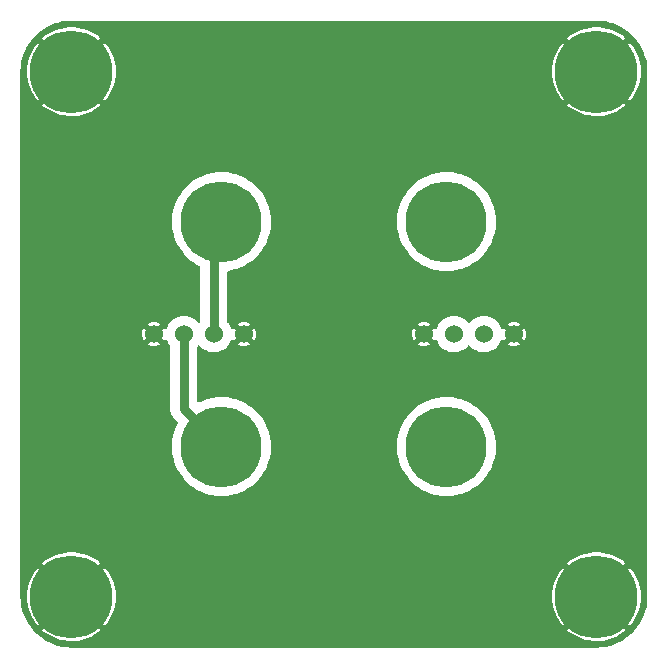
<source format=gbr>
%TF.GenerationSoftware,KiCad,Pcbnew,(5.99.0-12181-g5e8b23af64)*%
%TF.CreationDate,2021-09-04T21:12:43-05:00*%
%TF.ProjectId,banana-base-board,62616e61-6e61-42d6-9261-73652d626f61,rev?*%
%TF.SameCoordinates,Original*%
%TF.FileFunction,Copper,L2,Inr*%
%TF.FilePolarity,Positive*%
%FSLAX46Y46*%
G04 Gerber Fmt 4.6, Leading zero omitted, Abs format (unit mm)*
G04 Created by KiCad (PCBNEW (5.99.0-12181-g5e8b23af64)) date 2021-09-04 21:12:43*
%MOMM*%
%LPD*%
G01*
G04 APERTURE LIST*
%TA.AperFunction,ComponentPad*%
%ADD10C,6.858000*%
%TD*%
%TA.AperFunction,ComponentPad*%
%ADD11C,1.524000*%
%TD*%
%TA.AperFunction,ComponentPad*%
%ADD12C,7.000000*%
%TD*%
%TA.AperFunction,ViaPad*%
%ADD13C,0.800000*%
%TD*%
%TA.AperFunction,Conductor*%
%ADD14C,0.762000*%
%TD*%
G04 APERTURE END LIST*
D10*
%TO.N,Net-(H4-Pad1)*%
%TO.C,H4*%
X146050000Y-88900000D03*
%TD*%
%TO.N,Net-(H3-Pad1)*%
%TO.C,H3*%
X127000000Y-88900000D03*
%TD*%
D11*
%TO.N,Net-(H6-Pad1)*%
%TO.C,REF\u002A\u002A*%
X144145000Y-79375000D03*
X151765000Y-79375000D03*
%TO.N,Net-(H2-Pad1)*%
X146685000Y-79375000D03*
%TO.N,Net-(H4-Pad1)*%
X149225000Y-79375000D03*
%TD*%
D12*
%TO.N,Net-(H6-Pad1)*%
%TO.C,H8*%
X158750000Y-101600000D03*
%TD*%
D10*
%TO.N,Net-(H2-Pad1)*%
%TO.C,H2*%
X146050000Y-69850000D03*
%TD*%
D12*
%TO.N,Net-(H6-Pad1)*%
%TO.C,H7*%
X158750000Y-57150000D03*
%TD*%
%TO.N,Net-(H6-Pad1)*%
%TO.C,H9*%
X114300000Y-57150000D03*
%TD*%
D10*
%TO.N,Net-(H1-Pad1)*%
%TO.C,H1*%
X127000000Y-69850000D03*
%TD*%
D12*
%TO.N,Net-(H6-Pad1)*%
%TO.C,H6*%
X114300000Y-101600000D03*
%TD*%
D11*
%TO.N,Net-(H6-Pad1)*%
%TO.C,REF\u002A\u002A*%
X128905000Y-79375000D03*
X121285000Y-79375000D03*
%TO.N,Net-(H3-Pad1)*%
X123825000Y-79375000D03*
%TO.N,Net-(H1-Pad1)*%
X126365000Y-79375000D03*
%TD*%
D13*
%TO.N,Net-(H6-Pad1)*%
X146050000Y-99695000D03*
X119380000Y-99695000D03*
X127000000Y-55245000D03*
X158750000Y-64135000D03*
X160655000Y-77470000D03*
X112395000Y-73660000D03*
X132715000Y-101600000D03*
X130810000Y-99695000D03*
X151765000Y-57150000D03*
X149860000Y-103505000D03*
X112395000Y-88900000D03*
X114300000Y-67945000D03*
X125095000Y-101600000D03*
X112395000Y-85090000D03*
X160655000Y-69850000D03*
X156845000Y-66040000D03*
X114300000Y-79375000D03*
X158750000Y-67945000D03*
X156845000Y-96520000D03*
X112395000Y-92710000D03*
X134620000Y-55245000D03*
X142240000Y-103505000D03*
X160655000Y-66040000D03*
X147955000Y-101600000D03*
X136525000Y-101600000D03*
X127000000Y-59055000D03*
X119380000Y-55245000D03*
X114300000Y-71755000D03*
X121285000Y-57150000D03*
X125095000Y-57150000D03*
X158750000Y-83185000D03*
X156845000Y-69850000D03*
X114300000Y-86995000D03*
X116205000Y-85090000D03*
X160655000Y-85090000D03*
X156845000Y-81280000D03*
X123190000Y-59055000D03*
X138430000Y-59055000D03*
X160655000Y-81280000D03*
X160655000Y-88900000D03*
X158750000Y-90805000D03*
X114300000Y-75565000D03*
X144145000Y-101600000D03*
X158750000Y-71755000D03*
X116205000Y-96520000D03*
X160655000Y-62230000D03*
X146050000Y-103505000D03*
X160655000Y-73660000D03*
X116205000Y-73660000D03*
X140335000Y-101600000D03*
X123190000Y-99695000D03*
X156845000Y-77470000D03*
X132715000Y-57150000D03*
X146050000Y-55245000D03*
X116205000Y-66040000D03*
X153670000Y-99695000D03*
X151765000Y-101600000D03*
X158750000Y-86995000D03*
X123190000Y-103505000D03*
X128905000Y-57150000D03*
X116205000Y-81280000D03*
X112395000Y-62230000D03*
X116205000Y-92710000D03*
X114300000Y-83185000D03*
X136525000Y-57150000D03*
X112395000Y-66040000D03*
X119380000Y-59055000D03*
X156845000Y-62230000D03*
X158750000Y-75565000D03*
X121285000Y-101600000D03*
X138430000Y-103505000D03*
X138430000Y-99695000D03*
X112395000Y-69850000D03*
X147955000Y-57150000D03*
X149860000Y-99695000D03*
X156845000Y-85090000D03*
X149860000Y-59055000D03*
X134620000Y-103505000D03*
X134620000Y-59055000D03*
X158750000Y-94615000D03*
X158750000Y-79375000D03*
X128905000Y-101600000D03*
X156845000Y-92710000D03*
X130810000Y-55245000D03*
X138430000Y-55245000D03*
X116205000Y-77470000D03*
X142240000Y-59055000D03*
X127000000Y-99695000D03*
X123190000Y-55245000D03*
X130810000Y-59055000D03*
X156845000Y-73660000D03*
X160655000Y-96520000D03*
X127000000Y-103505000D03*
X119380000Y-103505000D03*
X149860000Y-55245000D03*
X153670000Y-55245000D03*
X146050000Y-59055000D03*
X142240000Y-99695000D03*
X153670000Y-59055000D03*
X114300000Y-64135000D03*
X112395000Y-81280000D03*
X140335000Y-57150000D03*
X134620000Y-99695000D03*
X114300000Y-94615000D03*
X142240000Y-55245000D03*
X130810000Y-103505000D03*
X116205000Y-62230000D03*
X116205000Y-88900000D03*
X153670000Y-103505000D03*
X116205000Y-69850000D03*
X112395000Y-77470000D03*
X112395000Y-96520000D03*
X144145000Y-57150000D03*
X160655000Y-92710000D03*
X156845000Y-88900000D03*
X114300000Y-90805000D03*
%TD*%
D14*
%TO.N,Net-(H1-Pad1)*%
X126365000Y-70485000D02*
X127000000Y-69850000D01*
X126365000Y-79375000D02*
X126365000Y-70485000D01*
%TO.N,Net-(H3-Pad1)*%
X123825000Y-79375000D02*
X123825000Y-85725000D01*
X123825000Y-85725000D02*
X127000000Y-88900000D01*
%TD*%
%TA.AperFunction,Conductor*%
%TO.N,Net-(H6-Pad1)*%
G36*
X158709570Y-52832992D02*
G01*
X158739293Y-52836747D01*
X158766589Y-52834071D01*
X158784690Y-52833604D01*
X159142596Y-52850151D01*
X159154185Y-52851225D01*
X159537666Y-52904718D01*
X159549106Y-52906857D01*
X159926015Y-52995505D01*
X159937191Y-52998685D01*
X160120759Y-53060211D01*
X160304317Y-53121734D01*
X160315169Y-53125938D01*
X160669373Y-53282334D01*
X160679791Y-53287522D01*
X161018039Y-53475925D01*
X161027933Y-53482050D01*
X161069048Y-53510215D01*
X161347370Y-53700870D01*
X161356658Y-53707884D01*
X161654542Y-53955244D01*
X161663142Y-53963085D01*
X161936915Y-54236858D01*
X161944756Y-54245458D01*
X162192116Y-54543342D01*
X162199130Y-54552630D01*
X162417949Y-54872066D01*
X162424074Y-54881959D01*
X162483514Y-54988675D01*
X162612478Y-55220209D01*
X162617666Y-55230627D01*
X162774062Y-55584831D01*
X162778266Y-55595683D01*
X162901312Y-55962800D01*
X162904495Y-55973985D01*
X162916016Y-56022970D01*
X162993143Y-56350894D01*
X162995282Y-56362334D01*
X163048775Y-56745815D01*
X163049849Y-56757404D01*
X163065865Y-57103814D01*
X163065005Y-57125425D01*
X163063253Y-57139293D01*
X163065242Y-57159580D01*
X163067399Y-57181577D01*
X163068000Y-57193872D01*
X163068000Y-101543792D01*
X163067008Y-101559570D01*
X163063253Y-101589293D01*
X163065929Y-101616589D01*
X163066396Y-101634690D01*
X163051189Y-101963605D01*
X163049849Y-101992596D01*
X163048775Y-102004185D01*
X162995282Y-102387666D01*
X162993143Y-102399106D01*
X162911560Y-102745978D01*
X162904497Y-102776006D01*
X162901312Y-102787200D01*
X162778266Y-103154317D01*
X162774062Y-103165169D01*
X162617666Y-103519373D01*
X162612478Y-103529791D01*
X162441163Y-103837361D01*
X162424075Y-103868039D01*
X162417949Y-103877934D01*
X162199130Y-104197370D01*
X162192116Y-104206658D01*
X161944756Y-104504542D01*
X161936915Y-104513142D01*
X161663142Y-104786915D01*
X161654542Y-104794756D01*
X161356658Y-105042116D01*
X161347370Y-105049130D01*
X161027934Y-105267949D01*
X161018041Y-105274074D01*
X160911325Y-105333514D01*
X160679791Y-105462478D01*
X160669373Y-105467666D01*
X160315169Y-105624062D01*
X160304317Y-105628266D01*
X160120759Y-105689789D01*
X159937191Y-105751315D01*
X159926015Y-105754495D01*
X159559099Y-105840793D01*
X159549106Y-105843143D01*
X159537666Y-105845282D01*
X159154185Y-105898775D01*
X159142596Y-105899849D01*
X158796184Y-105915865D01*
X158774575Y-105915005D01*
X158760707Y-105913253D01*
X158718423Y-105917399D01*
X158706128Y-105918000D01*
X114356208Y-105918000D01*
X114340430Y-105917008D01*
X114310707Y-105913253D01*
X114283411Y-105915929D01*
X114265310Y-105916396D01*
X113907404Y-105899849D01*
X113895815Y-105898775D01*
X113512334Y-105845282D01*
X113500894Y-105843143D01*
X113490900Y-105840793D01*
X113123985Y-105754495D01*
X113112809Y-105751315D01*
X112929241Y-105689789D01*
X112745683Y-105628266D01*
X112734831Y-105624062D01*
X112380627Y-105467666D01*
X112370209Y-105462478D01*
X112138675Y-105333514D01*
X112031959Y-105274074D01*
X112022066Y-105267949D01*
X111702630Y-105049130D01*
X111693342Y-105042116D01*
X111395458Y-104794756D01*
X111386858Y-104786915D01*
X111113085Y-104513142D01*
X111105244Y-104504542D01*
X111042409Y-104428873D01*
X111836536Y-104428873D01*
X111843147Y-104438393D01*
X111983430Y-104559909D01*
X111988441Y-104563824D01*
X112294410Y-104778862D01*
X112299787Y-104782248D01*
X112625920Y-104965266D01*
X112631613Y-104968092D01*
X112974562Y-105117210D01*
X112980536Y-105119455D01*
X113336780Y-105233148D01*
X113342948Y-105234777D01*
X113708871Y-105311890D01*
X113715155Y-105312885D01*
X114087008Y-105352624D01*
X114093370Y-105352980D01*
X114467327Y-105354938D01*
X114473677Y-105354650D01*
X114845935Y-105318806D01*
X114852224Y-105317877D01*
X115218938Y-105244599D01*
X115225111Y-105243037D01*
X115582552Y-105133075D01*
X115588528Y-105130900D01*
X115933011Y-104985384D01*
X115938765Y-104982603D01*
X116266761Y-104803030D01*
X116272207Y-104799680D01*
X116580394Y-104587869D01*
X116585447Y-104584006D01*
X116755255Y-104439997D01*
X116762573Y-104428873D01*
X156286536Y-104428873D01*
X156293147Y-104438393D01*
X156433430Y-104559909D01*
X156438441Y-104563824D01*
X156744410Y-104778862D01*
X156749787Y-104782248D01*
X157075920Y-104965266D01*
X157081613Y-104968092D01*
X157424562Y-105117210D01*
X157430536Y-105119455D01*
X157786780Y-105233148D01*
X157792948Y-105234777D01*
X158158871Y-105311890D01*
X158165155Y-105312885D01*
X158537008Y-105352624D01*
X158543370Y-105352980D01*
X158917327Y-105354938D01*
X158923677Y-105354650D01*
X159295935Y-105318806D01*
X159302224Y-105317877D01*
X159668938Y-105244599D01*
X159675111Y-105243037D01*
X160032552Y-105133075D01*
X160038528Y-105130900D01*
X160383011Y-104985384D01*
X160388765Y-104982603D01*
X160716761Y-104803030D01*
X160722207Y-104799680D01*
X161030394Y-104587869D01*
X161035447Y-104584006D01*
X161205255Y-104439997D01*
X161213691Y-104427174D01*
X161207638Y-104416848D01*
X158762812Y-101972022D01*
X158748868Y-101964408D01*
X158747035Y-101964539D01*
X158740420Y-101968790D01*
X156293994Y-104415216D01*
X156286536Y-104428873D01*
X116762573Y-104428873D01*
X116763691Y-104427174D01*
X116757638Y-104416848D01*
X114312812Y-101972022D01*
X114298868Y-101964408D01*
X114297035Y-101964539D01*
X114290420Y-101968790D01*
X111843994Y-104415216D01*
X111836536Y-104428873D01*
X111042409Y-104428873D01*
X110857884Y-104206658D01*
X110850870Y-104197370D01*
X110632051Y-103877934D01*
X110625925Y-103868039D01*
X110608838Y-103837361D01*
X110437522Y-103529791D01*
X110432334Y-103519373D01*
X110275938Y-103165169D01*
X110271734Y-103154317D01*
X110148688Y-102787200D01*
X110145503Y-102776006D01*
X110138441Y-102745978D01*
X110056857Y-102399106D01*
X110054718Y-102387666D01*
X110001225Y-102004185D01*
X110000151Y-101992596D01*
X109984135Y-101646186D01*
X109984995Y-101624573D01*
X109984999Y-101624541D01*
X109986747Y-101610707D01*
X109984723Y-101590060D01*
X110541349Y-101590060D01*
X110558964Y-101963605D01*
X110559587Y-101969956D01*
X110614863Y-102339811D01*
X110616119Y-102346043D01*
X110708490Y-102708428D01*
X110710372Y-102714506D01*
X110838890Y-103065701D01*
X110841376Y-103071556D01*
X111004722Y-103407954D01*
X111007796Y-103413545D01*
X111204298Y-103731710D01*
X111207917Y-103736956D01*
X111435566Y-104033633D01*
X111439704Y-104038495D01*
X111457646Y-104057534D01*
X111471357Y-104065557D01*
X111472197Y-104065522D01*
X111480319Y-104060471D01*
X113927978Y-101612812D01*
X113934356Y-101601132D01*
X114664408Y-101601132D01*
X114664539Y-101602965D01*
X114668790Y-101609580D01*
X117118319Y-104059109D01*
X117132263Y-104066723D01*
X117133455Y-104066638D01*
X117139372Y-104062755D01*
X117369541Y-103769212D01*
X117373208Y-103764013D01*
X117573030Y-103447924D01*
X117576164Y-103442364D01*
X117743026Y-103107690D01*
X117745571Y-103101864D01*
X117877763Y-102752030D01*
X117879706Y-102745978D01*
X117975864Y-102384588D01*
X117977190Y-102378353D01*
X118036334Y-102009102D01*
X118037023Y-102002766D01*
X118058634Y-101627936D01*
X118058738Y-101624541D01*
X118058818Y-101601696D01*
X118058739Y-101598317D01*
X118058321Y-101590060D01*
X154991349Y-101590060D01*
X155008964Y-101963605D01*
X155009587Y-101969956D01*
X155064863Y-102339811D01*
X155066119Y-102346043D01*
X155158490Y-102708428D01*
X155160372Y-102714506D01*
X155288890Y-103065701D01*
X155291376Y-103071556D01*
X155454722Y-103407954D01*
X155457796Y-103413545D01*
X155654298Y-103731710D01*
X155657917Y-103736956D01*
X155885566Y-104033633D01*
X155889704Y-104038495D01*
X155907646Y-104057534D01*
X155921357Y-104065557D01*
X155922197Y-104065522D01*
X155930319Y-104060471D01*
X158377978Y-101612812D01*
X158384356Y-101601132D01*
X159114408Y-101601132D01*
X159114539Y-101602965D01*
X159118790Y-101609580D01*
X161568319Y-104059109D01*
X161582263Y-104066723D01*
X161583455Y-104066638D01*
X161589372Y-104062755D01*
X161819541Y-103769212D01*
X161823208Y-103764013D01*
X162023030Y-103447924D01*
X162026164Y-103442364D01*
X162193026Y-103107690D01*
X162195571Y-103101864D01*
X162327763Y-102752030D01*
X162329706Y-102745978D01*
X162425864Y-102384588D01*
X162427190Y-102378353D01*
X162486334Y-102009102D01*
X162487023Y-102002766D01*
X162508634Y-101627936D01*
X162508738Y-101624541D01*
X162508818Y-101601696D01*
X162508739Y-101598317D01*
X162489742Y-101223320D01*
X162489099Y-101217000D01*
X162432534Y-100847343D01*
X162431252Y-100841094D01*
X162337618Y-100479039D01*
X162335716Y-100472970D01*
X162205972Y-100122228D01*
X162203469Y-100116386D01*
X162038943Y-99780545D01*
X162035855Y-99774977D01*
X161838242Y-99457497D01*
X161834604Y-99452264D01*
X161605919Y-99156379D01*
X161601773Y-99151542D01*
X161592767Y-99142052D01*
X161579032Y-99134078D01*
X161578074Y-99134122D01*
X161570126Y-99139084D01*
X159122022Y-101587188D01*
X159114408Y-101601132D01*
X158384356Y-101601132D01*
X158385592Y-101598868D01*
X158385461Y-101597035D01*
X158381210Y-101590420D01*
X155932113Y-99141323D01*
X155918169Y-99133709D01*
X155917097Y-99133785D01*
X155909441Y-99138829D01*
X155906785Y-99141609D01*
X155902638Y-99146413D01*
X155672911Y-99441510D01*
X155669253Y-99446735D01*
X155470537Y-99763516D01*
X155467426Y-99769082D01*
X155301735Y-100104333D01*
X155299207Y-100110173D01*
X155168236Y-100460471D01*
X155166318Y-100466518D01*
X155071418Y-100828256D01*
X155070118Y-100834479D01*
X155012258Y-101203958D01*
X155011595Y-101210265D01*
X154991371Y-101583704D01*
X154991349Y-101590060D01*
X118058321Y-101590060D01*
X118039742Y-101223320D01*
X118039099Y-101217000D01*
X117982534Y-100847343D01*
X117981252Y-100841094D01*
X117887618Y-100479039D01*
X117885716Y-100472970D01*
X117755972Y-100122228D01*
X117753469Y-100116386D01*
X117588943Y-99780545D01*
X117585855Y-99774977D01*
X117388242Y-99457497D01*
X117384604Y-99452264D01*
X117155919Y-99156379D01*
X117151773Y-99151542D01*
X117142767Y-99142052D01*
X117129032Y-99134078D01*
X117128074Y-99134122D01*
X117120126Y-99139084D01*
X114672022Y-101587188D01*
X114664408Y-101601132D01*
X113934356Y-101601132D01*
X113935592Y-101598868D01*
X113935461Y-101597035D01*
X113931210Y-101590420D01*
X111482113Y-99141323D01*
X111468169Y-99133709D01*
X111467097Y-99133785D01*
X111459441Y-99138829D01*
X111456785Y-99141609D01*
X111452638Y-99146413D01*
X111222911Y-99441510D01*
X111219253Y-99446735D01*
X111020537Y-99763516D01*
X111017426Y-99769082D01*
X110851735Y-100104333D01*
X110849207Y-100110173D01*
X110718236Y-100460471D01*
X110716318Y-100466518D01*
X110621418Y-100828256D01*
X110620118Y-100834479D01*
X110562258Y-101203958D01*
X110561595Y-101210265D01*
X110541371Y-101583704D01*
X110541349Y-101590060D01*
X109984723Y-101590060D01*
X109982601Y-101568422D01*
X109982000Y-101556128D01*
X109982000Y-98772983D01*
X111836392Y-98772983D01*
X111842400Y-98783190D01*
X114287188Y-101227978D01*
X114301132Y-101235592D01*
X114302965Y-101235461D01*
X114309580Y-101231210D01*
X116756058Y-98784732D01*
X116762474Y-98772983D01*
X156286392Y-98772983D01*
X156292400Y-98783190D01*
X158737188Y-101227978D01*
X158751132Y-101235592D01*
X158752965Y-101235461D01*
X158759580Y-101231210D01*
X161206058Y-98784732D01*
X161213483Y-98771135D01*
X161206783Y-98761524D01*
X161056225Y-98632023D01*
X161051196Y-98628123D01*
X160744486Y-98414159D01*
X160739088Y-98410786D01*
X160412328Y-98228914D01*
X160406618Y-98226104D01*
X160063155Y-98078185D01*
X160057173Y-98075961D01*
X159700525Y-97963511D01*
X159694366Y-97961906D01*
X159328163Y-97886068D01*
X159321885Y-97885096D01*
X158949878Y-97846653D01*
X158943547Y-97846321D01*
X158569559Y-97845670D01*
X158563218Y-97845980D01*
X158191096Y-97883122D01*
X158184803Y-97884074D01*
X157818343Y-97958630D01*
X157812170Y-97960215D01*
X157455127Y-98071423D01*
X157449157Y-98073619D01*
X157105172Y-98220340D01*
X157099445Y-98223134D01*
X156772060Y-98403860D01*
X156766642Y-98407220D01*
X156459200Y-98620104D01*
X156454141Y-98624000D01*
X156294822Y-98760070D01*
X156286392Y-98772983D01*
X116762474Y-98772983D01*
X116763483Y-98771135D01*
X116756783Y-98761524D01*
X116606225Y-98632023D01*
X116601196Y-98628123D01*
X116294486Y-98414159D01*
X116289088Y-98410786D01*
X115962328Y-98228914D01*
X115956618Y-98226104D01*
X115613155Y-98078185D01*
X115607173Y-98075961D01*
X115250525Y-97963511D01*
X115244366Y-97961906D01*
X114878163Y-97886068D01*
X114871885Y-97885096D01*
X114499878Y-97846653D01*
X114493547Y-97846321D01*
X114119559Y-97845670D01*
X114113218Y-97845980D01*
X113741096Y-97883122D01*
X113734803Y-97884074D01*
X113368343Y-97958630D01*
X113362170Y-97960215D01*
X113005127Y-98071423D01*
X112999157Y-98073619D01*
X112655172Y-98220340D01*
X112649445Y-98223134D01*
X112322060Y-98403860D01*
X112316642Y-98407220D01*
X112009200Y-98620104D01*
X112004141Y-98624000D01*
X111844822Y-98760070D01*
X111836392Y-98772983D01*
X109982000Y-98772983D01*
X109982000Y-80250011D01*
X120774819Y-80250011D01*
X120779729Y-80256569D01*
X120870899Y-80307524D01*
X120882138Y-80312433D01*
X121059914Y-80370196D01*
X121071888Y-80372829D01*
X121257508Y-80394963D01*
X121269757Y-80395220D01*
X121456138Y-80380879D01*
X121468218Y-80378748D01*
X121648244Y-80328484D01*
X121659695Y-80324042D01*
X121786461Y-80260009D01*
X121796747Y-80250362D01*
X121794509Y-80243719D01*
X121297812Y-79747022D01*
X121283868Y-79739408D01*
X121282035Y-79739539D01*
X121275420Y-79743790D01*
X120781579Y-80237631D01*
X120774819Y-80250011D01*
X109982000Y-80250011D01*
X109982000Y-79366890D01*
X120264700Y-79366890D01*
X120280340Y-79553154D01*
X120282555Y-79565219D01*
X120334077Y-79744900D01*
X120338592Y-79756304D01*
X120400206Y-79876192D01*
X120409923Y-79886410D01*
X120416724Y-79884066D01*
X120912978Y-79387812D01*
X120919356Y-79376132D01*
X121649408Y-79376132D01*
X121649539Y-79377965D01*
X121653790Y-79384580D01*
X122147529Y-79878319D01*
X122159909Y-79885079D01*
X122172345Y-79875769D01*
X122216111Y-79833451D01*
X122285729Y-79819528D01*
X122351823Y-79845453D01*
X122391038Y-79896820D01*
X122462460Y-80069249D01*
X122587840Y-80273849D01*
X122630708Y-80324042D01*
X122651312Y-80348166D01*
X122680342Y-80412956D01*
X122681500Y-80429996D01*
X122681500Y-85682195D01*
X122681230Y-85690436D01*
X122676994Y-85755061D01*
X122687399Y-85842973D01*
X122687736Y-85846186D01*
X122695831Y-85934279D01*
X122697399Y-85939839D01*
X122698061Y-85943412D01*
X122700250Y-85954415D01*
X122701018Y-85958028D01*
X122701697Y-85963765D01*
X122727938Y-86048276D01*
X122728854Y-86051373D01*
X122752877Y-86136549D01*
X122755435Y-86141737D01*
X122756760Y-86145188D01*
X122760901Y-86155566D01*
X122762304Y-86158953D01*
X122764018Y-86164473D01*
X122766709Y-86169587D01*
X122766709Y-86169588D01*
X122805198Y-86242745D01*
X122806695Y-86245681D01*
X122845829Y-86325037D01*
X122849287Y-86329668D01*
X122851250Y-86332871D01*
X122857173Y-86342258D01*
X122859182Y-86345351D01*
X122861871Y-86350463D01*
X122916656Y-86419956D01*
X122918627Y-86422526D01*
X122968116Y-86488801D01*
X122968123Y-86488808D01*
X122971573Y-86493429D01*
X122975807Y-86497343D01*
X122975809Y-86497345D01*
X123031972Y-86549261D01*
X123035538Y-86552691D01*
X123271637Y-86788790D01*
X123305663Y-86851102D01*
X123300598Y-86921917D01*
X123295790Y-86933120D01*
X123145320Y-87241630D01*
X123142798Y-87246801D01*
X123141727Y-87249682D01*
X123141724Y-87249688D01*
X123052641Y-87489225D01*
X122999883Y-87631088D01*
X122895150Y-88027487D01*
X122829598Y-88432214D01*
X122829404Y-88435294D01*
X122829404Y-88435296D01*
X122825739Y-88493558D01*
X122803854Y-88841407D01*
X122818163Y-89251159D01*
X122818569Y-89254203D01*
X122818570Y-89254213D01*
X122841487Y-89425968D01*
X122872388Y-89657559D01*
X122966012Y-90056727D01*
X123098142Y-90444855D01*
X123267515Y-90818237D01*
X123472516Y-91173308D01*
X123711187Y-91506681D01*
X123713214Y-91508996D01*
X123713216Y-91508999D01*
X123831698Y-91644339D01*
X123981251Y-91815172D01*
X123983499Y-91817283D01*
X124277874Y-92093720D01*
X124277881Y-92093726D01*
X124280129Y-92095837D01*
X124282579Y-92097724D01*
X124282584Y-92097728D01*
X124426697Y-92208710D01*
X124604969Y-92345998D01*
X124952670Y-92563266D01*
X125319913Y-92745567D01*
X125703193Y-92891161D01*
X126098851Y-92998659D01*
X126296668Y-93032117D01*
X126500087Y-93066523D01*
X126500096Y-93066524D01*
X126503111Y-93067034D01*
X126683829Y-93079671D01*
X126909049Y-93095421D01*
X126909056Y-93095421D01*
X126912114Y-93095635D01*
X127176165Y-93088259D01*
X127318882Y-93084273D01*
X127318885Y-93084273D01*
X127321956Y-93084187D01*
X127325009Y-93083801D01*
X127325013Y-93083801D01*
X127472424Y-93065178D01*
X127728724Y-93032800D01*
X127731728Y-93032118D01*
X127731731Y-93032117D01*
X128125541Y-92942646D01*
X128125547Y-92942644D01*
X128128537Y-92941965D01*
X128281259Y-92891161D01*
X128514653Y-92813521D01*
X128514659Y-92813519D01*
X128517577Y-92812548D01*
X128665559Y-92746662D01*
X128889318Y-92647038D01*
X128889320Y-92647037D01*
X128892132Y-92645785D01*
X129248627Y-92443269D01*
X129583657Y-92206930D01*
X129894026Y-91939027D01*
X129896147Y-91936799D01*
X129896153Y-91936794D01*
X130174654Y-91644339D01*
X130176771Y-91642116D01*
X130429194Y-91319030D01*
X130430850Y-91316420D01*
X130430856Y-91316412D01*
X130647229Y-90975461D01*
X130647233Y-90975454D01*
X130648883Y-90972854D01*
X130833744Y-90606893D01*
X130834851Y-90604039D01*
X130834855Y-90604030D01*
X130980895Y-90227515D01*
X130980898Y-90227506D01*
X130982010Y-90224639D01*
X131092268Y-89829740D01*
X131163464Y-89425968D01*
X131194919Y-89017175D01*
X131196555Y-88900000D01*
X131193841Y-88844496D01*
X131193690Y-88841407D01*
X141853854Y-88841407D01*
X141868163Y-89251159D01*
X141868569Y-89254203D01*
X141868570Y-89254213D01*
X141891487Y-89425968D01*
X141922388Y-89657559D01*
X142016012Y-90056727D01*
X142148142Y-90444855D01*
X142317515Y-90818237D01*
X142522516Y-91173308D01*
X142761187Y-91506681D01*
X142763214Y-91508996D01*
X142763216Y-91508999D01*
X142881698Y-91644339D01*
X143031251Y-91815172D01*
X143033499Y-91817283D01*
X143327874Y-92093720D01*
X143327881Y-92093726D01*
X143330129Y-92095837D01*
X143332579Y-92097724D01*
X143332584Y-92097728D01*
X143476697Y-92208710D01*
X143654969Y-92345998D01*
X144002670Y-92563266D01*
X144369913Y-92745567D01*
X144753193Y-92891161D01*
X145148851Y-92998659D01*
X145346668Y-93032117D01*
X145550087Y-93066523D01*
X145550096Y-93066524D01*
X145553111Y-93067034D01*
X145733829Y-93079671D01*
X145959049Y-93095421D01*
X145959056Y-93095421D01*
X145962114Y-93095635D01*
X146226165Y-93088259D01*
X146368882Y-93084273D01*
X146368885Y-93084273D01*
X146371956Y-93084187D01*
X146375009Y-93083801D01*
X146375013Y-93083801D01*
X146522424Y-93065178D01*
X146778724Y-93032800D01*
X146781728Y-93032118D01*
X146781731Y-93032117D01*
X147175541Y-92942646D01*
X147175547Y-92942644D01*
X147178537Y-92941965D01*
X147331259Y-92891161D01*
X147564653Y-92813521D01*
X147564659Y-92813519D01*
X147567577Y-92812548D01*
X147715559Y-92746662D01*
X147939318Y-92647038D01*
X147939320Y-92647037D01*
X147942132Y-92645785D01*
X148298627Y-92443269D01*
X148633657Y-92206930D01*
X148944026Y-91939027D01*
X148946147Y-91936799D01*
X148946153Y-91936794D01*
X149224654Y-91644339D01*
X149226771Y-91642116D01*
X149479194Y-91319030D01*
X149480850Y-91316420D01*
X149480856Y-91316412D01*
X149697229Y-90975461D01*
X149697233Y-90975454D01*
X149698883Y-90972854D01*
X149883744Y-90606893D01*
X149884851Y-90604039D01*
X149884855Y-90604030D01*
X150030895Y-90227515D01*
X150030898Y-90227506D01*
X150032010Y-90224639D01*
X150142268Y-89829740D01*
X150213464Y-89425968D01*
X150244919Y-89017175D01*
X150246555Y-88900000D01*
X150243841Y-88844496D01*
X150226677Y-88493558D01*
X150226527Y-88490488D01*
X150166632Y-88084885D01*
X150067444Y-87687062D01*
X149929908Y-87300817D01*
X149755338Y-86929837D01*
X149724613Y-86878294D01*
X149546980Y-86580313D01*
X149545400Y-86577662D01*
X149302097Y-86247654D01*
X149300041Y-86245371D01*
X149300034Y-86245362D01*
X149029822Y-85945261D01*
X149029814Y-85945253D01*
X149027753Y-85942964D01*
X148724985Y-85666499D01*
X148396684Y-85420898D01*
X148340571Y-85386915D01*
X148048611Y-85210097D01*
X148048602Y-85210092D01*
X148045983Y-85208506D01*
X147676230Y-85031351D01*
X147618435Y-85010315D01*
X147293851Y-84892176D01*
X147293850Y-84892176D01*
X147290955Y-84891122D01*
X147077192Y-84836237D01*
X146896819Y-84789925D01*
X146896816Y-84789924D01*
X146893835Y-84789159D01*
X146488659Y-84726434D01*
X146485602Y-84726263D01*
X146485601Y-84726263D01*
X146454136Y-84724504D01*
X146079297Y-84703547D01*
X146076219Y-84703676D01*
X146076215Y-84703676D01*
X145810179Y-84714826D01*
X145669655Y-84720716D01*
X145263644Y-84777778D01*
X144865139Y-84874186D01*
X144477943Y-85009022D01*
X144431904Y-85030295D01*
X144108550Y-85179705D01*
X144108540Y-85179710D01*
X144105753Y-85180998D01*
X143752121Y-85388473D01*
X143709690Y-85419301D01*
X143422904Y-85627662D01*
X143422898Y-85627667D01*
X143420423Y-85629465D01*
X143418137Y-85631494D01*
X143418134Y-85631497D01*
X143376371Y-85668576D01*
X143113824Y-85901676D01*
X143111745Y-85903921D01*
X143111738Y-85903928D01*
X142878719Y-86155566D01*
X142835252Y-86202506D01*
X142587366Y-86529085D01*
X142585755Y-86531703D01*
X142585752Y-86531708D01*
X142572843Y-86552691D01*
X142372531Y-86878294D01*
X142192798Y-87246801D01*
X142191727Y-87249682D01*
X142191724Y-87249688D01*
X142102641Y-87489225D01*
X142049883Y-87631088D01*
X141945150Y-88027487D01*
X141879598Y-88432214D01*
X141879404Y-88435294D01*
X141879404Y-88435296D01*
X141875739Y-88493558D01*
X141853854Y-88841407D01*
X131193690Y-88841407D01*
X131176677Y-88493558D01*
X131176527Y-88490488D01*
X131116632Y-88084885D01*
X131017444Y-87687062D01*
X130879908Y-87300817D01*
X130705338Y-86929837D01*
X130674613Y-86878294D01*
X130496980Y-86580313D01*
X130495400Y-86577662D01*
X130252097Y-86247654D01*
X130250041Y-86245371D01*
X130250034Y-86245362D01*
X129979822Y-85945261D01*
X129979814Y-85945253D01*
X129977753Y-85942964D01*
X129674985Y-85666499D01*
X129346684Y-85420898D01*
X129290571Y-85386915D01*
X128998611Y-85210097D01*
X128998602Y-85210092D01*
X128995983Y-85208506D01*
X128626230Y-85031351D01*
X128568435Y-85010315D01*
X128243851Y-84892176D01*
X128243850Y-84892176D01*
X128240955Y-84891122D01*
X128027192Y-84836237D01*
X127846819Y-84789925D01*
X127846816Y-84789924D01*
X127843835Y-84789159D01*
X127438659Y-84726434D01*
X127435602Y-84726263D01*
X127435601Y-84726263D01*
X127404136Y-84724504D01*
X127029297Y-84703547D01*
X127026219Y-84703676D01*
X127026215Y-84703676D01*
X126760179Y-84714826D01*
X126619655Y-84720716D01*
X126213644Y-84777778D01*
X125815139Y-84874186D01*
X125427943Y-85009022D01*
X125147350Y-85138674D01*
X125077123Y-85149090D01*
X125012411Y-85119884D01*
X124973763Y-85060329D01*
X124968500Y-85024294D01*
X124968500Y-80429996D01*
X124988502Y-80361875D01*
X124998730Y-80348117D01*
X124999231Y-80347531D01*
X125058701Y-80308752D01*
X125129696Y-80308281D01*
X125190810Y-80347578D01*
X125283682Y-80456318D01*
X125466151Y-80612160D01*
X125670751Y-80737540D01*
X125675321Y-80739433D01*
X125675323Y-80739434D01*
X125887874Y-80827475D01*
X125892447Y-80829369D01*
X125974037Y-80848957D01*
X126120965Y-80884232D01*
X126120971Y-80884233D01*
X126125778Y-80885387D01*
X126365000Y-80904214D01*
X126604222Y-80885387D01*
X126609029Y-80884233D01*
X126609035Y-80884232D01*
X126755963Y-80848957D01*
X126837553Y-80829369D01*
X126842126Y-80827475D01*
X127054677Y-80739434D01*
X127054679Y-80739433D01*
X127059249Y-80737540D01*
X127263849Y-80612160D01*
X127446318Y-80456318D01*
X127508500Y-80383512D01*
X127598942Y-80277617D01*
X127598946Y-80277612D01*
X127602160Y-80273849D01*
X127616768Y-80250011D01*
X128394819Y-80250011D01*
X128399729Y-80256569D01*
X128490899Y-80307524D01*
X128502138Y-80312433D01*
X128679914Y-80370196D01*
X128691888Y-80372829D01*
X128877508Y-80394963D01*
X128889757Y-80395220D01*
X129076138Y-80380879D01*
X129088218Y-80378748D01*
X129268244Y-80328484D01*
X129279695Y-80324042D01*
X129406461Y-80260009D01*
X129416747Y-80250362D01*
X129416629Y-80250011D01*
X143634819Y-80250011D01*
X143639729Y-80256569D01*
X143730899Y-80307524D01*
X143742138Y-80312433D01*
X143919914Y-80370196D01*
X143931888Y-80372829D01*
X144117508Y-80394963D01*
X144129757Y-80395220D01*
X144316138Y-80380879D01*
X144328218Y-80378748D01*
X144508244Y-80328484D01*
X144519695Y-80324042D01*
X144646461Y-80260009D01*
X144656747Y-80250362D01*
X144654509Y-80243719D01*
X144157812Y-79747022D01*
X144143868Y-79739408D01*
X144142035Y-79739539D01*
X144135420Y-79743790D01*
X143641579Y-80237631D01*
X143634819Y-80250011D01*
X129416629Y-80250011D01*
X129414509Y-80243719D01*
X128917812Y-79747022D01*
X128903868Y-79739408D01*
X128902035Y-79739539D01*
X128895420Y-79743790D01*
X128401579Y-80237631D01*
X128394819Y-80250011D01*
X127616768Y-80250011D01*
X127727540Y-80069249D01*
X127798315Y-79898382D01*
X127842863Y-79843101D01*
X127910226Y-79820680D01*
X127979018Y-79838238D01*
X128004902Y-79865744D01*
X128007720Y-79863064D01*
X128029923Y-79886410D01*
X128036724Y-79884066D01*
X128532978Y-79387812D01*
X128539356Y-79376132D01*
X129269408Y-79376132D01*
X129269539Y-79377965D01*
X129273790Y-79384580D01*
X129767529Y-79878319D01*
X129779909Y-79885079D01*
X129786643Y-79880038D01*
X129834606Y-79795607D01*
X129839600Y-79784391D01*
X129898599Y-79607034D01*
X129901319Y-79595063D01*
X129925075Y-79407010D01*
X129925567Y-79399981D01*
X129925867Y-79378505D01*
X129925574Y-79371512D01*
X129925121Y-79366890D01*
X143124700Y-79366890D01*
X143140340Y-79553154D01*
X143142555Y-79565219D01*
X143194077Y-79744900D01*
X143198592Y-79756304D01*
X143260206Y-79876192D01*
X143269923Y-79886410D01*
X143276724Y-79884066D01*
X143772978Y-79387812D01*
X143779356Y-79376132D01*
X144509408Y-79376132D01*
X144509539Y-79377965D01*
X144513790Y-79384580D01*
X145007529Y-79878319D01*
X145019909Y-79885079D01*
X145032345Y-79875769D01*
X145076111Y-79833451D01*
X145145729Y-79819528D01*
X145211823Y-79845453D01*
X145251038Y-79896820D01*
X145322460Y-80069249D01*
X145447840Y-80273849D01*
X145451054Y-80277612D01*
X145451058Y-80277617D01*
X145541500Y-80383512D01*
X145603682Y-80456318D01*
X145786151Y-80612160D01*
X145990751Y-80737540D01*
X145995321Y-80739433D01*
X145995323Y-80739434D01*
X146207874Y-80827475D01*
X146212447Y-80829369D01*
X146294037Y-80848957D01*
X146440965Y-80884232D01*
X146440971Y-80884233D01*
X146445778Y-80885387D01*
X146685000Y-80904214D01*
X146924222Y-80885387D01*
X146929029Y-80884233D01*
X146929035Y-80884232D01*
X147075963Y-80848957D01*
X147157553Y-80829369D01*
X147162126Y-80827475D01*
X147374677Y-80739434D01*
X147374679Y-80739433D01*
X147379249Y-80737540D01*
X147583849Y-80612160D01*
X147766318Y-80456318D01*
X147859191Y-80347577D01*
X147918639Y-80308770D01*
X147989634Y-80308262D01*
X148050809Y-80347577D01*
X148143682Y-80456318D01*
X148326151Y-80612160D01*
X148530751Y-80737540D01*
X148535321Y-80739433D01*
X148535323Y-80739434D01*
X148747874Y-80827475D01*
X148752447Y-80829369D01*
X148834037Y-80848957D01*
X148980965Y-80884232D01*
X148980971Y-80884233D01*
X148985778Y-80885387D01*
X149225000Y-80904214D01*
X149464222Y-80885387D01*
X149469029Y-80884233D01*
X149469035Y-80884232D01*
X149615963Y-80848957D01*
X149697553Y-80829369D01*
X149702126Y-80827475D01*
X149914677Y-80739434D01*
X149914679Y-80739433D01*
X149919249Y-80737540D01*
X150123849Y-80612160D01*
X150306318Y-80456318D01*
X150368500Y-80383512D01*
X150458942Y-80277617D01*
X150458946Y-80277612D01*
X150462160Y-80273849D01*
X150476768Y-80250011D01*
X151254819Y-80250011D01*
X151259729Y-80256569D01*
X151350899Y-80307524D01*
X151362138Y-80312433D01*
X151539914Y-80370196D01*
X151551888Y-80372829D01*
X151737508Y-80394963D01*
X151749757Y-80395220D01*
X151936138Y-80380879D01*
X151948218Y-80378748D01*
X152128244Y-80328484D01*
X152139695Y-80324042D01*
X152266461Y-80260009D01*
X152276747Y-80250362D01*
X152274509Y-80243719D01*
X151777812Y-79747022D01*
X151763868Y-79739408D01*
X151762035Y-79739539D01*
X151755420Y-79743790D01*
X151261579Y-80237631D01*
X151254819Y-80250011D01*
X150476768Y-80250011D01*
X150587540Y-80069249D01*
X150658315Y-79898382D01*
X150702863Y-79843101D01*
X150770226Y-79820680D01*
X150839018Y-79838238D01*
X150864902Y-79865744D01*
X150867720Y-79863064D01*
X150889923Y-79886410D01*
X150896724Y-79884066D01*
X151392978Y-79387812D01*
X151399356Y-79376132D01*
X152129408Y-79376132D01*
X152129539Y-79377965D01*
X152133790Y-79384580D01*
X152627529Y-79878319D01*
X152639909Y-79885079D01*
X152646643Y-79880038D01*
X152694606Y-79795607D01*
X152699600Y-79784391D01*
X152758599Y-79607034D01*
X152761319Y-79595063D01*
X152785075Y-79407010D01*
X152785567Y-79399981D01*
X152785867Y-79378505D01*
X152785574Y-79371512D01*
X152767074Y-79182836D01*
X152764691Y-79170801D01*
X152710665Y-78991858D01*
X152705990Y-78980517D01*
X152649479Y-78874234D01*
X152639617Y-78864151D01*
X152632491Y-78866719D01*
X152137022Y-79362188D01*
X152129408Y-79376132D01*
X151399356Y-79376132D01*
X151400592Y-79373868D01*
X151400461Y-79372035D01*
X151396210Y-79365420D01*
X150902229Y-78871439D01*
X150889849Y-78864679D01*
X150876000Y-78875046D01*
X150835336Y-78915477D01*
X150765919Y-78930369D01*
X150699470Y-78905367D01*
X150658860Y-78852934D01*
X150589434Y-78685323D01*
X150589433Y-78685321D01*
X150587540Y-78680751D01*
X150476880Y-78500172D01*
X151253890Y-78500172D01*
X151256345Y-78507135D01*
X151752188Y-79002978D01*
X151766132Y-79010592D01*
X151767965Y-79010461D01*
X151774580Y-79006210D01*
X152268737Y-78512053D01*
X152275497Y-78499673D01*
X152270838Y-78493450D01*
X152166039Y-78436785D01*
X152154734Y-78432033D01*
X151976169Y-78376758D01*
X151964158Y-78374292D01*
X151778255Y-78354753D01*
X151765987Y-78354668D01*
X151579838Y-78371608D01*
X151567791Y-78373906D01*
X151388470Y-78426683D01*
X151377093Y-78431280D01*
X151264039Y-78490383D01*
X151253890Y-78500172D01*
X150476880Y-78500172D01*
X150462160Y-78476151D01*
X150306318Y-78293682D01*
X150123849Y-78137840D01*
X149919249Y-78012460D01*
X149914679Y-78010567D01*
X149914677Y-78010566D01*
X149702126Y-77922525D01*
X149702124Y-77922524D01*
X149697553Y-77920631D01*
X149615963Y-77901043D01*
X149469035Y-77865768D01*
X149469029Y-77865767D01*
X149464222Y-77864613D01*
X149225000Y-77845786D01*
X148985778Y-77864613D01*
X148980971Y-77865767D01*
X148980965Y-77865768D01*
X148834037Y-77901043D01*
X148752447Y-77920631D01*
X148747876Y-77922524D01*
X148747874Y-77922525D01*
X148535323Y-78010566D01*
X148535321Y-78010567D01*
X148530751Y-78012460D01*
X148326151Y-78137840D01*
X148143682Y-78293682D01*
X148050809Y-78402423D01*
X147991361Y-78441230D01*
X147920366Y-78441738D01*
X147859191Y-78402423D01*
X147766318Y-78293682D01*
X147583849Y-78137840D01*
X147379249Y-78012460D01*
X147374679Y-78010567D01*
X147374677Y-78010566D01*
X147162126Y-77922525D01*
X147162124Y-77922524D01*
X147157553Y-77920631D01*
X147075963Y-77901043D01*
X146929035Y-77865768D01*
X146929029Y-77865767D01*
X146924222Y-77864613D01*
X146685000Y-77845786D01*
X146445778Y-77864613D01*
X146440971Y-77865767D01*
X146440965Y-77865768D01*
X146294037Y-77901043D01*
X146212447Y-77920631D01*
X146207876Y-77922524D01*
X146207874Y-77922525D01*
X145995323Y-78010566D01*
X145995321Y-78010567D01*
X145990751Y-78012460D01*
X145786151Y-78137840D01*
X145603682Y-78293682D01*
X145447840Y-78476151D01*
X145322460Y-78680751D01*
X145320567Y-78685321D01*
X145320566Y-78685323D01*
X145251353Y-78852418D01*
X145206805Y-78907699D01*
X145139441Y-78930120D01*
X145070650Y-78912562D01*
X145044363Y-78885014D01*
X145042144Y-78887184D01*
X145019617Y-78864151D01*
X145012491Y-78866719D01*
X144517022Y-79362188D01*
X144509408Y-79376132D01*
X143779356Y-79376132D01*
X143780592Y-79373868D01*
X143780461Y-79372035D01*
X143776210Y-79365420D01*
X143282229Y-78871439D01*
X143269849Y-78864679D01*
X143263461Y-78869461D01*
X143209606Y-78967423D01*
X143204778Y-78978687D01*
X143148255Y-79156870D01*
X143145707Y-79168858D01*
X143124871Y-79354621D01*
X143124700Y-79366890D01*
X129925121Y-79366890D01*
X129907074Y-79182836D01*
X129904691Y-79170801D01*
X129850665Y-78991858D01*
X129845990Y-78980517D01*
X129789479Y-78874234D01*
X129779617Y-78864151D01*
X129772491Y-78866719D01*
X129277022Y-79362188D01*
X129269408Y-79376132D01*
X128539356Y-79376132D01*
X128540592Y-79373868D01*
X128540461Y-79372035D01*
X128536210Y-79365420D01*
X128042229Y-78871439D01*
X128029849Y-78864679D01*
X128016000Y-78875046D01*
X127975336Y-78915477D01*
X127905919Y-78930369D01*
X127839470Y-78905367D01*
X127798860Y-78852934D01*
X127729434Y-78685323D01*
X127729433Y-78685321D01*
X127727540Y-78680751D01*
X127616880Y-78500172D01*
X128393890Y-78500172D01*
X128396345Y-78507135D01*
X128892188Y-79002978D01*
X128906132Y-79010592D01*
X128907965Y-79010461D01*
X128914580Y-79006210D01*
X129408737Y-78512053D01*
X129415225Y-78500172D01*
X143633890Y-78500172D01*
X143636345Y-78507135D01*
X144132188Y-79002978D01*
X144146132Y-79010592D01*
X144147965Y-79010461D01*
X144154580Y-79006210D01*
X144648737Y-78512053D01*
X144655497Y-78499673D01*
X144650838Y-78493450D01*
X144546039Y-78436785D01*
X144534734Y-78432033D01*
X144356169Y-78376758D01*
X144344158Y-78374292D01*
X144158255Y-78354753D01*
X144145987Y-78354668D01*
X143959838Y-78371608D01*
X143947791Y-78373906D01*
X143768470Y-78426683D01*
X143757093Y-78431280D01*
X143644039Y-78490383D01*
X143633890Y-78500172D01*
X129415225Y-78500172D01*
X129415497Y-78499673D01*
X129410838Y-78493450D01*
X129306039Y-78436785D01*
X129294734Y-78432033D01*
X129116169Y-78376758D01*
X129104158Y-78374292D01*
X128918255Y-78354753D01*
X128905987Y-78354668D01*
X128719838Y-78371608D01*
X128707791Y-78373906D01*
X128528470Y-78426683D01*
X128517093Y-78431280D01*
X128404039Y-78490383D01*
X128393890Y-78500172D01*
X127616880Y-78500172D01*
X127602160Y-78476151D01*
X127538688Y-78401834D01*
X127509658Y-78337044D01*
X127508500Y-78320004D01*
X127508500Y-74121704D01*
X127528502Y-74053583D01*
X127582158Y-74007090D01*
X127618706Y-73996699D01*
X127728724Y-73982800D01*
X127731728Y-73982118D01*
X127731731Y-73982117D01*
X128125541Y-73892646D01*
X128125547Y-73892644D01*
X128128537Y-73891965D01*
X128281259Y-73841161D01*
X128514653Y-73763521D01*
X128514659Y-73763519D01*
X128517577Y-73762548D01*
X128665559Y-73696662D01*
X128889318Y-73597038D01*
X128889320Y-73597037D01*
X128892132Y-73595785D01*
X129248627Y-73393269D01*
X129583657Y-73156930D01*
X129894026Y-72889027D01*
X129896147Y-72886799D01*
X129896153Y-72886794D01*
X130174654Y-72594339D01*
X130176771Y-72592116D01*
X130429194Y-72269030D01*
X130430850Y-72266420D01*
X130430856Y-72266412D01*
X130647229Y-71925461D01*
X130647233Y-71925454D01*
X130648883Y-71922854D01*
X130833744Y-71556893D01*
X130834851Y-71554039D01*
X130834855Y-71554030D01*
X130980895Y-71177515D01*
X130980898Y-71177506D01*
X130982010Y-71174639D01*
X131092268Y-70779740D01*
X131163464Y-70375968D01*
X131194919Y-69967175D01*
X131196555Y-69850000D01*
X131193841Y-69794496D01*
X131193690Y-69791407D01*
X141853854Y-69791407D01*
X141868163Y-70201159D01*
X141868569Y-70204203D01*
X141868570Y-70204213D01*
X141891487Y-70375968D01*
X141922388Y-70607559D01*
X142016012Y-71006727D01*
X142148142Y-71394855D01*
X142317515Y-71768237D01*
X142522516Y-72123308D01*
X142761187Y-72456681D01*
X142763214Y-72458996D01*
X142763216Y-72458999D01*
X142881698Y-72594339D01*
X143031251Y-72765172D01*
X143033499Y-72767283D01*
X143327874Y-73043720D01*
X143327881Y-73043726D01*
X143330129Y-73045837D01*
X143332579Y-73047724D01*
X143332584Y-73047728D01*
X143476697Y-73158710D01*
X143654969Y-73295998D01*
X144002670Y-73513266D01*
X144369913Y-73695567D01*
X144753193Y-73841161D01*
X145148851Y-73948659D01*
X145346668Y-73982117D01*
X145550087Y-74016523D01*
X145550096Y-74016524D01*
X145553111Y-74017034D01*
X145733829Y-74029671D01*
X145959049Y-74045421D01*
X145959056Y-74045421D01*
X145962114Y-74045635D01*
X146226165Y-74038259D01*
X146368882Y-74034273D01*
X146368885Y-74034273D01*
X146371956Y-74034187D01*
X146375009Y-74033801D01*
X146375013Y-74033801D01*
X146558499Y-74010621D01*
X146778724Y-73982800D01*
X146781728Y-73982118D01*
X146781731Y-73982117D01*
X147175541Y-73892646D01*
X147175547Y-73892644D01*
X147178537Y-73891965D01*
X147331259Y-73841161D01*
X147564653Y-73763521D01*
X147564659Y-73763519D01*
X147567577Y-73762548D01*
X147715559Y-73696662D01*
X147939318Y-73597038D01*
X147939320Y-73597037D01*
X147942132Y-73595785D01*
X148298627Y-73393269D01*
X148633657Y-73156930D01*
X148944026Y-72889027D01*
X148946147Y-72886799D01*
X148946153Y-72886794D01*
X149224654Y-72594339D01*
X149226771Y-72592116D01*
X149479194Y-72269030D01*
X149480850Y-72266420D01*
X149480856Y-72266412D01*
X149697229Y-71925461D01*
X149697233Y-71925454D01*
X149698883Y-71922854D01*
X149883744Y-71556893D01*
X149884851Y-71554039D01*
X149884855Y-71554030D01*
X150030895Y-71177515D01*
X150030898Y-71177506D01*
X150032010Y-71174639D01*
X150142268Y-70779740D01*
X150213464Y-70375968D01*
X150244919Y-69967175D01*
X150246555Y-69850000D01*
X150243841Y-69794496D01*
X150226677Y-69443558D01*
X150226527Y-69440488D01*
X150166632Y-69034885D01*
X150067444Y-68637062D01*
X149929908Y-68250817D01*
X149755338Y-67879837D01*
X149724613Y-67828294D01*
X149546980Y-67530313D01*
X149545400Y-67527662D01*
X149302097Y-67197654D01*
X149300041Y-67195371D01*
X149300034Y-67195362D01*
X149029822Y-66895261D01*
X149029814Y-66895253D01*
X149027753Y-66892964D01*
X148724985Y-66616499D01*
X148396684Y-66370898D01*
X148340571Y-66336915D01*
X148048611Y-66160097D01*
X148048602Y-66160092D01*
X148045983Y-66158506D01*
X147676230Y-65981351D01*
X147618435Y-65960315D01*
X147293851Y-65842176D01*
X147293850Y-65842176D01*
X147290955Y-65841122D01*
X147077192Y-65786237D01*
X146896819Y-65739925D01*
X146896816Y-65739924D01*
X146893835Y-65739159D01*
X146488659Y-65676434D01*
X146485602Y-65676263D01*
X146485601Y-65676263D01*
X146454136Y-65674504D01*
X146079297Y-65653547D01*
X146076219Y-65653676D01*
X146076215Y-65653676D01*
X145810179Y-65664826D01*
X145669655Y-65670716D01*
X145263644Y-65727778D01*
X144865139Y-65824186D01*
X144477943Y-65959022D01*
X144475145Y-65960315D01*
X144108550Y-66129705D01*
X144108540Y-66129710D01*
X144105753Y-66130998D01*
X143752121Y-66338473D01*
X143709690Y-66369301D01*
X143422904Y-66577662D01*
X143422898Y-66577667D01*
X143420423Y-66579465D01*
X143418137Y-66581494D01*
X143418134Y-66581497D01*
X143376371Y-66618576D01*
X143113824Y-66851676D01*
X143111745Y-66853921D01*
X143111738Y-66853928D01*
X142837338Y-67150253D01*
X142835252Y-67152506D01*
X142587366Y-67479085D01*
X142372531Y-67828294D01*
X142192798Y-68196801D01*
X142191727Y-68199682D01*
X142191724Y-68199688D01*
X142102641Y-68439225D01*
X142049883Y-68581088D01*
X141945150Y-68977487D01*
X141879598Y-69382214D01*
X141879404Y-69385294D01*
X141879404Y-69385296D01*
X141875739Y-69443558D01*
X141853854Y-69791407D01*
X131193690Y-69791407D01*
X131176677Y-69443558D01*
X131176527Y-69440488D01*
X131116632Y-69034885D01*
X131017444Y-68637062D01*
X130879908Y-68250817D01*
X130705338Y-67879837D01*
X130674613Y-67828294D01*
X130496980Y-67530313D01*
X130495400Y-67527662D01*
X130252097Y-67197654D01*
X130250041Y-67195371D01*
X130250034Y-67195362D01*
X129979822Y-66895261D01*
X129979814Y-66895253D01*
X129977753Y-66892964D01*
X129674985Y-66616499D01*
X129346684Y-66370898D01*
X129290571Y-66336915D01*
X128998611Y-66160097D01*
X128998602Y-66160092D01*
X128995983Y-66158506D01*
X128626230Y-65981351D01*
X128568435Y-65960315D01*
X128243851Y-65842176D01*
X128243850Y-65842176D01*
X128240955Y-65841122D01*
X128027192Y-65786237D01*
X127846819Y-65739925D01*
X127846816Y-65739924D01*
X127843835Y-65739159D01*
X127438659Y-65676434D01*
X127435602Y-65676263D01*
X127435601Y-65676263D01*
X127404136Y-65674504D01*
X127029297Y-65653547D01*
X127026219Y-65653676D01*
X127026215Y-65653676D01*
X126760179Y-65664826D01*
X126619655Y-65670716D01*
X126213644Y-65727778D01*
X125815139Y-65824186D01*
X125427943Y-65959022D01*
X125425145Y-65960315D01*
X125058550Y-66129705D01*
X125058540Y-66129710D01*
X125055753Y-66130998D01*
X124702121Y-66338473D01*
X124659690Y-66369301D01*
X124372904Y-66577662D01*
X124372898Y-66577667D01*
X124370423Y-66579465D01*
X124368137Y-66581494D01*
X124368134Y-66581497D01*
X124326371Y-66618576D01*
X124063824Y-66851676D01*
X124061745Y-66853921D01*
X124061738Y-66853928D01*
X123787338Y-67150253D01*
X123785252Y-67152506D01*
X123537366Y-67479085D01*
X123322531Y-67828294D01*
X123142798Y-68196801D01*
X123141727Y-68199682D01*
X123141724Y-68199688D01*
X123052641Y-68439225D01*
X122999883Y-68581088D01*
X122895150Y-68977487D01*
X122829598Y-69382214D01*
X122829404Y-69385294D01*
X122829404Y-69385296D01*
X122825739Y-69443558D01*
X122803854Y-69791407D01*
X122818163Y-70201159D01*
X122818569Y-70204203D01*
X122818570Y-70204213D01*
X122841487Y-70375968D01*
X122872388Y-70607559D01*
X122966012Y-71006727D01*
X123098142Y-71394855D01*
X123267515Y-71768237D01*
X123472516Y-72123308D01*
X123711187Y-72456681D01*
X123713214Y-72458996D01*
X123713216Y-72458999D01*
X123831698Y-72594339D01*
X123981251Y-72765172D01*
X123983499Y-72767283D01*
X124277874Y-73043720D01*
X124277881Y-73043726D01*
X124280129Y-73045837D01*
X124282579Y-73047724D01*
X124282584Y-73047728D01*
X124426697Y-73158710D01*
X124604969Y-73295998D01*
X124952670Y-73513266D01*
X125087720Y-73580305D01*
X125151524Y-73611978D01*
X125203647Y-73660183D01*
X125221500Y-73724838D01*
X125221500Y-78320004D01*
X125201498Y-78388125D01*
X125191270Y-78401883D01*
X125190769Y-78402469D01*
X125131299Y-78441248D01*
X125060304Y-78441719D01*
X124999189Y-78402421D01*
X124906318Y-78293682D01*
X124723849Y-78137840D01*
X124519249Y-78012460D01*
X124514679Y-78010567D01*
X124514677Y-78010566D01*
X124302126Y-77922525D01*
X124302124Y-77922524D01*
X124297553Y-77920631D01*
X124215963Y-77901043D01*
X124069035Y-77865768D01*
X124069029Y-77865767D01*
X124064222Y-77864613D01*
X123825000Y-77845786D01*
X123585778Y-77864613D01*
X123580971Y-77865767D01*
X123580965Y-77865768D01*
X123434037Y-77901043D01*
X123352447Y-77920631D01*
X123347876Y-77922524D01*
X123347874Y-77922525D01*
X123135323Y-78010566D01*
X123135321Y-78010567D01*
X123130751Y-78012460D01*
X122926151Y-78137840D01*
X122743682Y-78293682D01*
X122587840Y-78476151D01*
X122462460Y-78680751D01*
X122460567Y-78685321D01*
X122460566Y-78685323D01*
X122391353Y-78852418D01*
X122346805Y-78907699D01*
X122279441Y-78930120D01*
X122210650Y-78912562D01*
X122184363Y-78885014D01*
X122182144Y-78887184D01*
X122159617Y-78864151D01*
X122152491Y-78866719D01*
X121657022Y-79362188D01*
X121649408Y-79376132D01*
X120919356Y-79376132D01*
X120920592Y-79373868D01*
X120920461Y-79372035D01*
X120916210Y-79365420D01*
X120422229Y-78871439D01*
X120409849Y-78864679D01*
X120403461Y-78869461D01*
X120349606Y-78967423D01*
X120344778Y-78978687D01*
X120288255Y-79156870D01*
X120285707Y-79168858D01*
X120264871Y-79354621D01*
X120264700Y-79366890D01*
X109982000Y-79366890D01*
X109982000Y-78500172D01*
X120773890Y-78500172D01*
X120776345Y-78507135D01*
X121272188Y-79002978D01*
X121286132Y-79010592D01*
X121287965Y-79010461D01*
X121294580Y-79006210D01*
X121788737Y-78512053D01*
X121795497Y-78499673D01*
X121790838Y-78493450D01*
X121686039Y-78436785D01*
X121674734Y-78432033D01*
X121496169Y-78376758D01*
X121484158Y-78374292D01*
X121298255Y-78354753D01*
X121285987Y-78354668D01*
X121099838Y-78371608D01*
X121087791Y-78373906D01*
X120908470Y-78426683D01*
X120897093Y-78431280D01*
X120784039Y-78490383D01*
X120773890Y-78500172D01*
X109982000Y-78500172D01*
X109982000Y-59978873D01*
X111836536Y-59978873D01*
X111843147Y-59988393D01*
X111983430Y-60109909D01*
X111988441Y-60113824D01*
X112294410Y-60328862D01*
X112299787Y-60332248D01*
X112625920Y-60515266D01*
X112631613Y-60518092D01*
X112974562Y-60667210D01*
X112980536Y-60669455D01*
X113336780Y-60783148D01*
X113342948Y-60784777D01*
X113708871Y-60861890D01*
X113715155Y-60862885D01*
X114087008Y-60902624D01*
X114093370Y-60902980D01*
X114467327Y-60904938D01*
X114473677Y-60904650D01*
X114845935Y-60868806D01*
X114852224Y-60867877D01*
X115218938Y-60794599D01*
X115225111Y-60793037D01*
X115582552Y-60683075D01*
X115588528Y-60680900D01*
X115933011Y-60535384D01*
X115938765Y-60532603D01*
X116266761Y-60353030D01*
X116272207Y-60349680D01*
X116580394Y-60137869D01*
X116585447Y-60134006D01*
X116755255Y-59989997D01*
X116762573Y-59978873D01*
X156286536Y-59978873D01*
X156293147Y-59988393D01*
X156433430Y-60109909D01*
X156438441Y-60113824D01*
X156744410Y-60328862D01*
X156749787Y-60332248D01*
X157075920Y-60515266D01*
X157081613Y-60518092D01*
X157424562Y-60667210D01*
X157430536Y-60669455D01*
X157786780Y-60783148D01*
X157792948Y-60784777D01*
X158158871Y-60861890D01*
X158165155Y-60862885D01*
X158537008Y-60902624D01*
X158543370Y-60902980D01*
X158917327Y-60904938D01*
X158923677Y-60904650D01*
X159295935Y-60868806D01*
X159302224Y-60867877D01*
X159668938Y-60794599D01*
X159675111Y-60793037D01*
X160032552Y-60683075D01*
X160038528Y-60680900D01*
X160383011Y-60535384D01*
X160388765Y-60532603D01*
X160716761Y-60353030D01*
X160722207Y-60349680D01*
X161030394Y-60137869D01*
X161035447Y-60134006D01*
X161205255Y-59989997D01*
X161213691Y-59977174D01*
X161207638Y-59966848D01*
X158762812Y-57522022D01*
X158748868Y-57514408D01*
X158747035Y-57514539D01*
X158740420Y-57518790D01*
X156293994Y-59965216D01*
X156286536Y-59978873D01*
X116762573Y-59978873D01*
X116763691Y-59977174D01*
X116757638Y-59966848D01*
X114312812Y-57522022D01*
X114298868Y-57514408D01*
X114297035Y-57514539D01*
X114290420Y-57518790D01*
X111843994Y-59965216D01*
X111836536Y-59978873D01*
X109982000Y-59978873D01*
X109982000Y-57206208D01*
X109982992Y-57190430D01*
X109986747Y-57160707D01*
X109984723Y-57140060D01*
X110541349Y-57140060D01*
X110558964Y-57513605D01*
X110559587Y-57519956D01*
X110614863Y-57889811D01*
X110616119Y-57896043D01*
X110708490Y-58258428D01*
X110710372Y-58264506D01*
X110838890Y-58615701D01*
X110841376Y-58621556D01*
X111004722Y-58957954D01*
X111007796Y-58963545D01*
X111204298Y-59281710D01*
X111207917Y-59286956D01*
X111435566Y-59583633D01*
X111439704Y-59588495D01*
X111457646Y-59607534D01*
X111471357Y-59615557D01*
X111472197Y-59615522D01*
X111480319Y-59610471D01*
X113927978Y-57162812D01*
X113934356Y-57151132D01*
X114664408Y-57151132D01*
X114664539Y-57152965D01*
X114668790Y-57159580D01*
X117118319Y-59609109D01*
X117132263Y-59616723D01*
X117133455Y-59616638D01*
X117139372Y-59612755D01*
X117369541Y-59319212D01*
X117373208Y-59314013D01*
X117573030Y-58997924D01*
X117576164Y-58992364D01*
X117743026Y-58657690D01*
X117745571Y-58651864D01*
X117877763Y-58302030D01*
X117879706Y-58295978D01*
X117975864Y-57934588D01*
X117977190Y-57928353D01*
X118036334Y-57559102D01*
X118037023Y-57552766D01*
X118058634Y-57177936D01*
X118058738Y-57174541D01*
X118058818Y-57151696D01*
X118058739Y-57148317D01*
X118058321Y-57140060D01*
X154991349Y-57140060D01*
X155008964Y-57513605D01*
X155009587Y-57519956D01*
X155064863Y-57889811D01*
X155066119Y-57896043D01*
X155158490Y-58258428D01*
X155160372Y-58264506D01*
X155288890Y-58615701D01*
X155291376Y-58621556D01*
X155454722Y-58957954D01*
X155457796Y-58963545D01*
X155654298Y-59281710D01*
X155657917Y-59286956D01*
X155885566Y-59583633D01*
X155889704Y-59588495D01*
X155907646Y-59607534D01*
X155921357Y-59615557D01*
X155922197Y-59615522D01*
X155930319Y-59610471D01*
X158377978Y-57162812D01*
X158384356Y-57151132D01*
X159114408Y-57151132D01*
X159114539Y-57152965D01*
X159118790Y-57159580D01*
X161568319Y-59609109D01*
X161582263Y-59616723D01*
X161583455Y-59616638D01*
X161589372Y-59612755D01*
X161819541Y-59319212D01*
X161823208Y-59314013D01*
X162023030Y-58997924D01*
X162026164Y-58992364D01*
X162193026Y-58657690D01*
X162195571Y-58651864D01*
X162327763Y-58302030D01*
X162329706Y-58295978D01*
X162425864Y-57934588D01*
X162427190Y-57928353D01*
X162486334Y-57559102D01*
X162487023Y-57552766D01*
X162508634Y-57177936D01*
X162508738Y-57174541D01*
X162508818Y-57151696D01*
X162508739Y-57148317D01*
X162489742Y-56773320D01*
X162489099Y-56767000D01*
X162432534Y-56397343D01*
X162431252Y-56391094D01*
X162337618Y-56029039D01*
X162335716Y-56022970D01*
X162205972Y-55672228D01*
X162203469Y-55666386D01*
X162038943Y-55330545D01*
X162035855Y-55324977D01*
X161838242Y-55007497D01*
X161834604Y-55002264D01*
X161605919Y-54706379D01*
X161601773Y-54701542D01*
X161592767Y-54692052D01*
X161579032Y-54684078D01*
X161578074Y-54684122D01*
X161570126Y-54689084D01*
X159122022Y-57137188D01*
X159114408Y-57151132D01*
X158384356Y-57151132D01*
X158385592Y-57148868D01*
X158385461Y-57147035D01*
X158381210Y-57140420D01*
X155932113Y-54691323D01*
X155918169Y-54683709D01*
X155917097Y-54683785D01*
X155909441Y-54688829D01*
X155906785Y-54691609D01*
X155902638Y-54696413D01*
X155672911Y-54991510D01*
X155669253Y-54996735D01*
X155470537Y-55313516D01*
X155467426Y-55319082D01*
X155301735Y-55654333D01*
X155299207Y-55660173D01*
X155168236Y-56010471D01*
X155166318Y-56016518D01*
X155071418Y-56378256D01*
X155070118Y-56384479D01*
X155012258Y-56753958D01*
X155011595Y-56760265D01*
X154991371Y-57133704D01*
X154991349Y-57140060D01*
X118058321Y-57140060D01*
X118039742Y-56773320D01*
X118039099Y-56767000D01*
X117982534Y-56397343D01*
X117981252Y-56391094D01*
X117887618Y-56029039D01*
X117885716Y-56022970D01*
X117755972Y-55672228D01*
X117753469Y-55666386D01*
X117588943Y-55330545D01*
X117585855Y-55324977D01*
X117388242Y-55007497D01*
X117384604Y-55002264D01*
X117155919Y-54706379D01*
X117151773Y-54701542D01*
X117142767Y-54692052D01*
X117129032Y-54684078D01*
X117128074Y-54684122D01*
X117120126Y-54689084D01*
X114672022Y-57137188D01*
X114664408Y-57151132D01*
X113934356Y-57151132D01*
X113935592Y-57148868D01*
X113935461Y-57147035D01*
X113931210Y-57140420D01*
X111482113Y-54691323D01*
X111468169Y-54683709D01*
X111467097Y-54683785D01*
X111459441Y-54688829D01*
X111456785Y-54691609D01*
X111452638Y-54696413D01*
X111222911Y-54991510D01*
X111219253Y-54996735D01*
X111020537Y-55313516D01*
X111017426Y-55319082D01*
X110851735Y-55654333D01*
X110849207Y-55660173D01*
X110718236Y-56010471D01*
X110716318Y-56016518D01*
X110621418Y-56378256D01*
X110620118Y-56384479D01*
X110562258Y-56753958D01*
X110561595Y-56760265D01*
X110541371Y-57133704D01*
X110541349Y-57140060D01*
X109984723Y-57140060D01*
X109984071Y-57133411D01*
X109983604Y-57115304D01*
X109983635Y-57114653D01*
X110000151Y-56757404D01*
X110001225Y-56745815D01*
X110054718Y-56362334D01*
X110056857Y-56350894D01*
X110133984Y-56022970D01*
X110145505Y-55973985D01*
X110148688Y-55962800D01*
X110271734Y-55595683D01*
X110275938Y-55584831D01*
X110432334Y-55230627D01*
X110437522Y-55220209D01*
X110566486Y-54988675D01*
X110625926Y-54881959D01*
X110632051Y-54872066D01*
X110850870Y-54552630D01*
X110857884Y-54543342D01*
X111040868Y-54322983D01*
X111836392Y-54322983D01*
X111842400Y-54333190D01*
X114287188Y-56777978D01*
X114301132Y-56785592D01*
X114302965Y-56785461D01*
X114309580Y-56781210D01*
X116756058Y-54334732D01*
X116762474Y-54322983D01*
X156286392Y-54322983D01*
X156292400Y-54333190D01*
X158737188Y-56777978D01*
X158751132Y-56785592D01*
X158752965Y-56785461D01*
X158759580Y-56781210D01*
X161206058Y-54334732D01*
X161213483Y-54321135D01*
X161206783Y-54311524D01*
X161056225Y-54182023D01*
X161051196Y-54178123D01*
X160744486Y-53964159D01*
X160739088Y-53960786D01*
X160412328Y-53778914D01*
X160406618Y-53776104D01*
X160063155Y-53628185D01*
X160057173Y-53625961D01*
X159700525Y-53513511D01*
X159694366Y-53511906D01*
X159328163Y-53436068D01*
X159321885Y-53435096D01*
X158949878Y-53396653D01*
X158943547Y-53396321D01*
X158569559Y-53395670D01*
X158563218Y-53395980D01*
X158191096Y-53433122D01*
X158184803Y-53434074D01*
X157818343Y-53508630D01*
X157812170Y-53510215D01*
X157455127Y-53621423D01*
X157449157Y-53623619D01*
X157105172Y-53770340D01*
X157099445Y-53773134D01*
X156772060Y-53953860D01*
X156766642Y-53957220D01*
X156459200Y-54170104D01*
X156454141Y-54174000D01*
X156294822Y-54310070D01*
X156286392Y-54322983D01*
X116762474Y-54322983D01*
X116763483Y-54321135D01*
X116756783Y-54311524D01*
X116606225Y-54182023D01*
X116601196Y-54178123D01*
X116294486Y-53964159D01*
X116289088Y-53960786D01*
X115962328Y-53778914D01*
X115956618Y-53776104D01*
X115613155Y-53628185D01*
X115607173Y-53625961D01*
X115250525Y-53513511D01*
X115244366Y-53511906D01*
X114878163Y-53436068D01*
X114871885Y-53435096D01*
X114499878Y-53396653D01*
X114493547Y-53396321D01*
X114119559Y-53395670D01*
X114113218Y-53395980D01*
X113741096Y-53433122D01*
X113734803Y-53434074D01*
X113368343Y-53508630D01*
X113362170Y-53510215D01*
X113005127Y-53621423D01*
X112999157Y-53623619D01*
X112655172Y-53770340D01*
X112649445Y-53773134D01*
X112322060Y-53953860D01*
X112316642Y-53957220D01*
X112009200Y-54170104D01*
X112004141Y-54174000D01*
X111844822Y-54310070D01*
X111836392Y-54322983D01*
X111040868Y-54322983D01*
X111105244Y-54245458D01*
X111113085Y-54236858D01*
X111386858Y-53963085D01*
X111395458Y-53955244D01*
X111693342Y-53707884D01*
X111702630Y-53700870D01*
X111980952Y-53510215D01*
X112022067Y-53482050D01*
X112031961Y-53475925D01*
X112370209Y-53287522D01*
X112380627Y-53282334D01*
X112734831Y-53125938D01*
X112745683Y-53121734D01*
X112929241Y-53060211D01*
X113112809Y-52998685D01*
X113123985Y-52995505D01*
X113500894Y-52906857D01*
X113512334Y-52904718D01*
X113895815Y-52851225D01*
X113907404Y-52850151D01*
X114253816Y-52834135D01*
X114275425Y-52834995D01*
X114289293Y-52836747D01*
X114331578Y-52832601D01*
X114343872Y-52832000D01*
X158693792Y-52832000D01*
X158709570Y-52832992D01*
G37*
%TD.AperFunction*%
%TD*%
M02*

</source>
